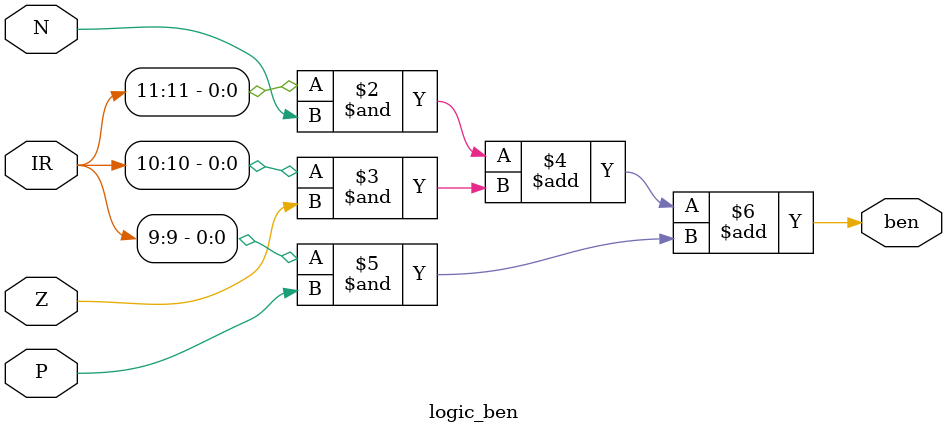
<source format=sv>
module logic_ben(input logic [15:0] IR,
                 input logic N,Z,P,
					  output logic ben);

        always_comb
		  begin
				ben = (IR[11]&N) +(IR[10]&Z)+(IR[9]&P);
		  end 

endmodule

</source>
